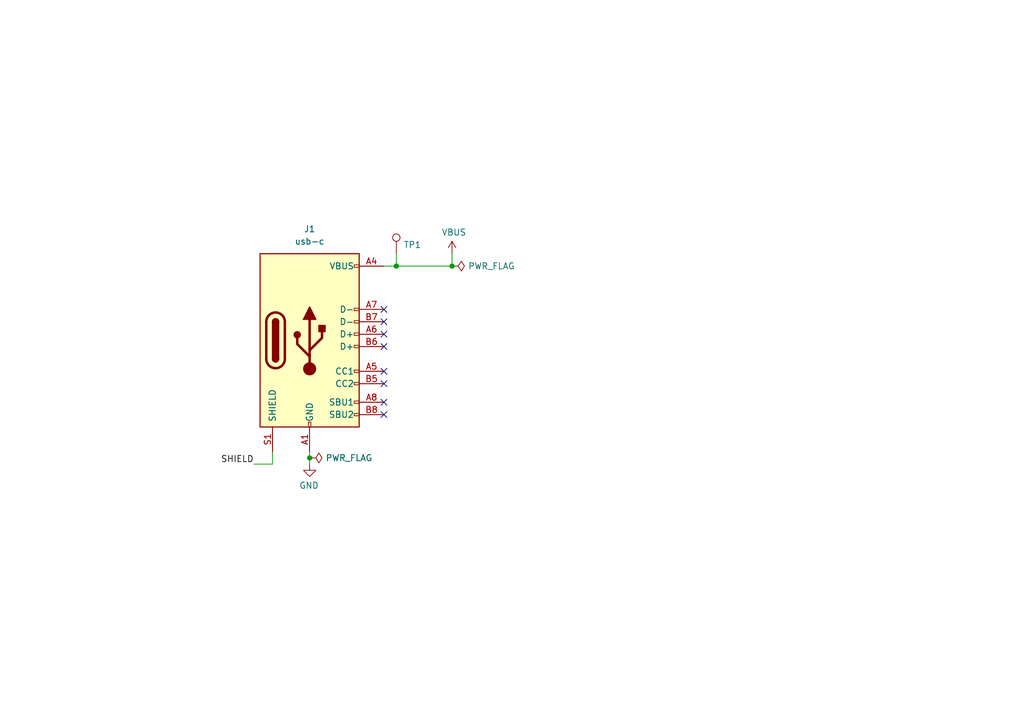
<source format=kicad_sch>
(kicad_sch (version 20250114) (generator "eeschema") (generator_version "9.0")
  (paper "A5")
  (title_block (date "2022-07-17"))
  (lib_symbols
    (symbol "Connector:TestPoint" (pin_numbers (hide yes)) (pin_names (offset 0.762) (hide yes))
      (property "Reference" "TP" (at 0 6.858 0))
      (property "Value" "TestPoint" (at 0 5.08 0))
      (symbol "TestPoint_0_1"
        (circle (center 0 3.302) (radius 0.762))
      )
      (symbol "TestPoint_1_1"
        (pin passive line (at 0 0 90) (length 2.54) (name "1") (number "1"))
      )
    )
    (symbol "dvtk_Device:12402012E212A" (pin_names (offset 1.016))
      (property "Reference" "J" (at -10.16 19.05 0))
      (property "Value" "12402012E212A" (at 19.05 19.05 0))
      (symbol "12402012E212A_0_0"
        (rectangle (start -0.254 -17.78) (end 0.254 -16.764))
        (rectangle (start 10.16 15.494) (end 9.144 14.986))
        (rectangle (start 10.16 6.604) (end 9.144 6.096))
        (rectangle (start 10.16 4.064) (end 9.144 3.556))
        (rectangle (start 10.16 1.524) (end 9.144 1.016))
        (rectangle (start 10.16 -1.016) (end 9.144 -1.524))
        (rectangle (start 10.16 -6.096) (end 9.144 -6.604))
        (rectangle (start 10.16 -8.636) (end 9.144 -9.144))
        (rectangle (start 10.16 -12.446) (end 9.144 -12.954))
        (rectangle (start 10.16 -14.986) (end 9.144 -15.494))
      )
      (symbol "12402012E212A_0_1"
        (rectangle (start -10.16 17.78) (end 10.16 -17.78) (stroke (width 0.254)) (fill (type background)))
        (polyline (pts (xy -8.89 -3.81) (xy -8.89 3.81)) (stroke (width 0.508)))
        (rectangle (start -7.62 -3.81) (end -6.35 3.81) (stroke (width 0.254)) (fill (type outline)))
        (arc (start -7.62 3.81) (mid -6.985 4.4423) (end -6.35 3.81) (stroke (width 0.254)))
        (arc (start -7.62 3.81) (mid -6.985 4.4423) (end -6.35 3.81) (stroke (width 0.254)) (fill (type outline)))
        (arc (start -8.89 3.81) (mid -6.985 5.7067) (end -5.08 3.81) (stroke (width 0.508)))
        (arc (start -5.08 -3.81) (mid -6.985 -5.7067) (end -8.89 -3.81) (stroke (width 0.508)))
        (arc (start -6.35 -3.81) (mid -6.985 -4.4423) (end -7.62 -3.81) (stroke (width 0.254)))
        (arc (start -6.35 -3.81) (mid -6.985 -4.4423) (end -7.62 -3.81) (stroke (width 0.254)) (fill (type outline)))
        (polyline (pts (xy -5.08 3.81) (xy -5.08 -3.81)) (stroke (width 0.508)))
        (circle (center -2.54 1.143) (radius 0.635) (stroke (width 0.254)) (fill (type outline)))
        (polyline (pts (xy -1.27 4.318) (xy 0 6.858) (xy 1.27 4.318) (xy -1.27 4.318)) (stroke (width 0.254)) (fill (type outline)))
        (polyline (pts (xy 0 -2.032) (xy 2.54 0.508) (xy 2.54 1.778)) (stroke (width 0.508)))
        (polyline (pts (xy 0 -3.302) (xy -2.54 -0.762) (xy -2.54 0.508)) (stroke (width 0.508)))
        (polyline (pts (xy 0 -5.842) (xy 0 4.318)) (stroke (width 0.508)))
        (circle (center 0 -5.842) (radius 1.27) (fill (type outline)))
        (rectangle (start 1.905 1.778) (end 3.175 3.048) (stroke (width 0.254)) (fill (type outline)))
      )
      (symbol "12402012E212A_1_1"
        (pin passive line (at -7.62 -22.86 90) (length 5.08) (name "SHIELD") (number "S1"))
        (pin passive line (at 0 -22.86 90) (length 5.08) (name "GND") (number "A1"))
        (pin passive line (at 0 -22.86 90) (length 5.08) (hide yes) (name "GND") (number "A12"))
        (pin passive line (at 0 -22.86 90) (length 5.08) (hide yes) (name "GND") (number "B1"))
        (pin passive line (at 0 -22.86 90) (length 5.08) (hide yes) (name "GND") (number "B12"))
        (pin passive line (at 15.24 15.24 180) (length 5.08) (name "VBUS") (number "A4"))
        (pin passive line (at 15.24 15.24 180) (length 5.08) (hide yes) (name "VBUS") (number "A9"))
        (pin passive line (at 15.24 15.24 180) (length 5.08) (hide yes) (name "VBUS") (number "B4"))
        (pin passive line (at 15.24 15.24 180) (length 5.08) (hide yes) (name "VBUS") (number "B9"))
        (pin bidirectional line (at 15.24 6.35 180) (length 5.08) (name "D-") (number "A7"))
        (pin bidirectional line (at 15.24 3.81 180) (length 5.08) (name "D-") (number "B7"))
        (pin bidirectional line (at 15.24 1.27 180) (length 5.08) (name "D+") (number "A6"))
        (pin bidirectional line (at 15.24 -1.27 180) (length 5.08) (name "D+") (number "B6"))
        (pin bidirectional line (at 15.24 -6.35 180) (length 5.08) (name "CC1") (number "A5"))
        (pin bidirectional line (at 15.24 -8.89 180) (length 5.08) (name "CC2") (number "B5"))
        (pin bidirectional line (at 15.24 -12.7 180) (length 5.08) (name "SBU1") (number "A8"))
        (pin bidirectional line (at 15.24 -15.24 180) (length 5.08) (name "SBU2") (number "B8"))
      )
    )
    (symbol "power:GND" (power) (pin_names (offset 0))
      (property "Value" "GND" (at 0 -3.81 0))
      (symbol "GND_0_1"
        (polyline (pts (xy 0 0) (xy 0 -1.27) (xy 1.27 -1.27) (xy 0 -2.54) (xy -1.27 -1.27) (xy 0 -1.27)))
      )
      (symbol "GND_1_1"
        (pin power_in line (at 0 0 270) (length 0) (hide yes) (name "GND") (number "1"))
      )
    )
    (symbol "power:PWR_FLAG" (power) (pin_numbers (hide yes)) (pin_names (offset 0) (hide yes))
      (property "Value" "PWR_FLAG" (at 0 3.81 0))
      (symbol "PWR_FLAG_0_0"
        (pin power_out line (at 0 0 90) (length 0) (name "pwr") (number "1"))
      )
      (symbol "PWR_FLAG_0_1"
        (polyline (pts (xy 0 0) (xy 0 1.27) (xy -1.016 1.905) (xy 0 2.54) (xy 1.016 1.905) (xy 0 1.27)))
      )
    )
    (symbol "power:VBUS" (power) (pin_names (offset 0))
      (property "Value" "VBUS" (at 0 3.81 0))
      (symbol "VBUS_0_1"
        (polyline (pts (xy -0.762 1.27) (xy 0 2.54)))
        (polyline (pts (xy 0 2.54) (xy 0.762 1.27)))
        (polyline (pts (xy 0 0) (xy 0 2.54)))
      )
      (symbol "VBUS_1_1"
        (pin power_in line (at 0 0 90) (length 0) (hide yes) (name "VBUS") (number "1"))
      )
    )
  )
  (junction (at 63.5 93.98))
  (junction (at 92.71 54.61))
  (junction (at 81.28 54.61))
  (no_connect (at 78.74 66.04))
  (no_connect (at 78.74 68.58))
  (no_connect (at 78.74 63.5))
  (no_connect (at 78.74 76.2))
  (no_connect (at 78.74 78.74))
  (no_connect (at 78.74 82.55))
  (no_connect (at 78.74 71.12))
  (no_connect (at 78.74 85.09))
  (wire (pts (xy 55.88 95.25) (xy 52.07 95.25)))
  (wire (pts (xy 55.88 92.71) (xy 55.88 95.25)))
  (wire (pts (xy 81.28 52.07) (xy 81.28 54.61)))
  (wire (pts (xy 63.5 93.98) (xy 63.5 92.71)))
  (wire (pts (xy 63.5 95.25) (xy 63.5 93.98)))
  (wire (pts (xy 92.71 54.61) (xy 92.71 52.07)))
  (wire (pts (xy 81.28 54.61) (xy 92.71 54.61)))
  (wire (pts (xy 78.74 54.61) (xy 81.28 54.61)))
  (label "SHIELD" (at 52.07 95.25 180))
  (symbol (lib_id "power:PWR_FLAG") (at 92.71 54.61 270) (unit 1)
    (property "Reference" "#FLG07" (effects (hide yes)))
    (property "Value" "PWR_FLAG" (at 95.9612 54.61 90) (effects (justify left)))
  )
  (symbol (lib_id "dvtk_Device:12402012E212A") (at 63.5 69.85 0) (unit 1)
    (property "Reference" "J1" (at 63.5 46.99 0))
    (property "Value" "usb-c" (at 63.5 49.53 0))
    (property "Footprint" "Connector_USB:USB_C_Receptacle_Palconn_UTC16-G" (effects (hide yes)))
  )
  (symbol (lib_id "power:GND") (at 63.5 95.25 0) (mirror y) (unit 1)
    (property "Reference" "#PWR096" (effects (hide yes)))
    (property "Value" "GND" (at 63.373 99.6442 0))
  )
  (symbol (lib_id "power:VBUS") (at 92.71 52.07 0) (unit 1)
    (property "Reference" "#PWR089" (effects (hide yes)))
    (property "Value" "VBUS" (at 93.091 47.6758 0))
  )
  (symbol (lib_id "power:PWR_FLAG") (at 63.5 93.98 270) (unit 1)
    (property "Reference" "#FLG01" (effects (hide yes)))
    (property "Value" "PWR_FLAG" (at 66.7512 93.98 90) (effects (justify left)))
  )
  (symbol (lib_id "Connector:TestPoint") (at 81.28 52.07 0) (unit 1)
    (property "Reference" "TP1" (at 82.7532 50.2412 0) (effects (justify left)))
    (property "Value" "TestPoint" (effects (hide yes)))
    (property "Footprint" "TestPoint:TestPoint_Pad_D1.0mm" (effects (hide yes)))
  )
)
</source>
